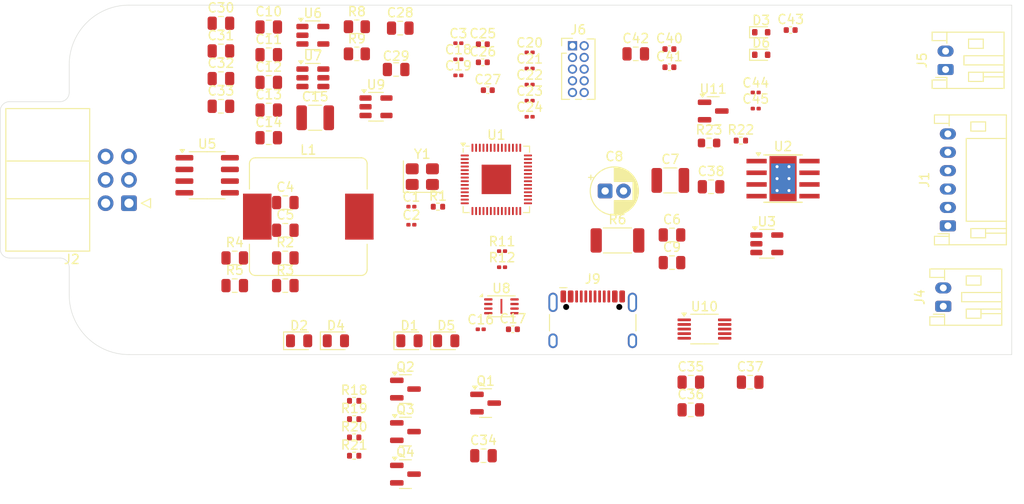
<source format=kicad_pcb>
(kicad_pcb (version 20241229) (generator "pcbnew") (generator_version "9.0")
  (layers (0 "F.Cu" signal) (4 "In1.Cu" signal) (6 "In2.Cu" signal) (2 "B.Cu" signal) (13 "F.Paste" user) (15 "B.Paste" user) (5 "F.SilkS" user "F.Silkscreen") (7 "B.SilkS" user "B.Silkscreen") (1 "F.Mask" user) (3 "B.Mask" user) (25 "Edge.Cuts" user))
  (net 0 "")
  (net 1 "/MCU/XIN")
  (net 2 "GND")
  (net 3 "Net-(C2-Pad2)")
  (net 4 "+3.3VA")
  (net 5 "+12V")
  (net 6 "/RS485/RS485_P")
  (net 7 "/RS485/RS485_N")
  (net 8 "/MCU/XOUT")
  (net 9 "+1V1")
  (net 10 "/MCU/GPIO11")
  (net 11 "/MCU/GPIO13")
  (net 12 "/MCU/GPIO24")
  (net 13 "/MCU/GPIO23")
  (net 14 "/MCU/GPIO14")
  (net 15 "/MCU/GPIO22")
  (net 16 "/MCU/QSPI_SD1")
  (net 17 "/MCU/QSPI_SS")
  (net 18 "/MCU/GPIO10")
  (net 19 "/MCU/GPIO21")
  (net 20 "/MCU/SWCLK")
  (net 21 "/MCU/GPIO26_ADC0")
  (net 22 "/MCU/QSPI_SCLK")
  (net 23 "/MCU/GPIO3")
  (net 24 "/MCU/GPIO16")
  (net 25 "/MCU/GPIO7")
  (net 26 "/MCU/GPIO5")
  (net 27 "/MCU/GPIO8")
  (net 28 "/MCU/QSPI_SD2")
  (net 29 "/MCU/GPIO6")
  (net 30 "/MCU/GPIO27_ADC1")
  (net 31 "/MCU/GPIO28_ADC2")
  (net 32 "/MCU/GPIO18")
  (net 33 "/MCU/GPIO12")
  (net 34 "/MCU/GPIO29_ADC3")
  (net 35 "/MCU/QSPI_SD0")
  (net 36 "/MCU/GPIO0")
  (net 37 "/MCU/GPIO20")
  (net 38 "/MCU/SWD")
  (net 39 "/MCU/GPIO4")
  (net 40 "/MCU/GPIO19")
  (net 41 "/MCU/GPIO9")
  (net 42 "/MCU/GPIO15")
  (net 43 "/MCU/GPIO1")
  (net 44 "/MCU/GPIO2")
  (net 45 "/MCU/GPIO25")
  (net 46 "/MCU/GPIO17")
  (net 47 "/MCU/RUN")
  (net 48 "/MCU/QSPI_SD3")
  (net 49 "/Motor Control/ENCODER-")
  (net 50 "/Motor Control/MOTOR-")
  (net 51 "/Motor Control/ENCODER_B")
  (net 52 "/Motor Control/ENCODER_A")
  (net 53 "/Motor Control/ENCODER+")
  (net 54 "/Motor Control/MOTOR+")
  (net 55 "Net-(U2-ISEN)")
  (net 56 "Net-(D1-A)")
  (net 57 "Net-(D2-A)")
  (net 58 "Net-(D4-A)")
  (net 59 "/RS485/RX")
  (net 60 "Net-(D5-A)")
  (net 61 "/Motor Control/PWM1")
  (net 62 "/RS485/TX")
  (net 63 "/Motor Control/LIM1")
  (net 64 "/Motor Control/LIM2")
  (net 65 "Net-(D3-A)")
  (net 66 "Net-(D6-A)")
  (net 67 "/Motor Control/PWM2")
  (net 68 "/Motor Control/A_SENSE")
  (net 69 "Net-(U7-SW)")
  (net 70 "Net-(U7-BOOT)")
  (net 71 "Net-(U7-FB)")
  (net 73 "+3.3V")
  (net 74 "Net-(U6-EN)")
  (net 75 "/RS485/DE")
  (net 76 "Net-(J9-D+-PadA6)")
  (net 79 "Net-(J9-CC1)")
  (net 80 "/MCU/USB_D+")
  (net 81 "/MCU/USB_D-")
  (net 82 "/RS485/~{RE}")
  (net 85 "Net-(J9-CC2)")
  (net 87 "Net-(J9-D--PadA7)")
  (net 93 "Net-(D1-K)")
  (net 94 "Net-(Q1-B)")
  (net 95 "Net-(Q2-B)")
  (net 96 "Net-(D2-K)")
  (net 97 "Net-(Q3-B)")
  (net 98 "Net-(D4-K)")
  (net 99 "Net-(D5-K)")
  (net 100 "Net-(Q4-B)")
  (net 101 "/MCU/ON_LED")
  (net 102 "/MCU/MOTOR_LIM_LED")
  (net 103 "/MCU/RS485_LED")
  (net 104 "/MCU/MOTOR_LED")
  (net 105 "/Motor Control/~{PGA_CS}")
  (net 106 "/Motor Control/A_SENSE_BASE")
  (net 107 "/Motor Control/PGA_SCLK")
  (net 109 "/Motor Control/PGA_DIO")
  (net 110 "+3V0")
  (footprint "Capacitor_SMD:C_0201_0603Metric" (layer "F.Cu") (at 178.155 89.75)
    (property "Reference" "C45" (at 0 -1.05 0) (layer "F.SilkS"))
    (property "Value" "100nC")
    (pad "1" smd roundrect (at -0.32 0) (size 0.46 0.4) (layers "F.Cu" "F.Mask") (net 73 "+3.3V"))
    (pad "2" smd roundrect (at 0.32 0) (size 0.46 0.4) (layers "F.Cu" "F.Mask") (net 2 "GND"))
  )
  (footprint "Capacitor_SMD:C_0805_2012Metric" (layer "F.Cu") (at 121.5 105.99)
    (property "Reference" "R4" (at 0 -1.68 0) (layer "F.SilkS"))
    (property "Value" "10kR")
    (pad "1" smd roundrect (at -0.95 0) (size 1 1.45) (layers "F.Cu" "F.Mask" "F.Paste") (net 64 "/Motor Control/LIM2"))
    (pad "2" smd roundrect (at 0.95 0) (size 1 1.45) (layers "F.Cu" "F.Mask" "F.Paste") (net 66 "Net-(D6-A)"))
  )
  (footprint "Capacitor_SMD:C_0805_2012Metric" (layer "F.Cu") (at 120 89.5)
    (property "Reference" "C33" (at 0 -1.68 0) (layer "F.SilkS"))
    (property "Value" "10uC")
    (pad "1" smd roundrect (at -0.95 0) (size 1 1.45) (layers "F.Cu" "F.Mask" "F.Paste") (net 74 "Net-(U6-EN)"))
    (pad "2" smd roundrect (at 0.95 0) (size 1 1.45) (layers "F.Cu" "F.Mask" "F.Paste") (net 2 "GND"))
  )
  (footprint "Capacitor_SMD:C_0805_2012Metric" (layer "F.Cu") (at 120 83.48)
    (property "Reference" "C31" (at 0 -1.68 0) (layer "F.SilkS"))
    (property "Value" "10uC")
    (pad "1" smd roundrect (at -0.95 0) (size 1 1.45) (layers "F.Cu" "F.Mask" "F.Paste") (net 74 "Net-(U6-EN)"))
    (pad "2" smd roundrect (at 0.95 0) (size 1 1.45) (layers "F.Cu" "F.Mask" "F.Paste") (net 2 "GND"))
  )
  (footprint "Resistor_SMD:R_0402_1005Metric" (layer "F.Cu") (at 134.49 125.51)
    (property "Reference" "R20" (at 0 -1.17 0) (layer "F.SilkS"))
    (property "Value" "5k1R")
    (pad "1" smd roundrect (at -0.51 0) (size 0.54 0.64) (layers "F.Cu" "F.Mask" "F.Paste") (net 100 "Net-(Q4-B)"))
    (pad "2" smd roundrect (at 0.51 0) (size 0.54 0.64) (layers "F.Cu" "F.Mask" "F.Paste") (net 103 "/MCU/RS485_LED"))
  )
  (footprint "Connector_JST:JST_PH_S2B-PH-K_1x02_P2.00mm_Horizontal" (layer "F.Cu") (at 198.8 85.5 90)
    (property "Reference" "J5" (at 1 -2.55 90) (layer "F.SilkS"))
    (property "Value" "Limit switch")
    (pad "1" thru_hole roundrect (at 0 0 90) (size 1.2 1.75) (drill 0.75) (layers "*.Cu" "*.Mask") (roundrect_rratio 0.208333) (net 66 "Net-(D6-A)"))
    (pad "2" thru_hole oval (at 2 0 90) (size 1.2 1.75) (drill 0.75) (layers "*.Cu" "*.Mask") (net 2 "GND"))
  )
  (footprint "Capacitor_SMD:C_0805_2012Metric" (layer "F.Cu") (at 169.05 103.49)
    (property "Reference" "C6" (at 0 -1.68 0) (layer "F.SilkS"))
    (property "Value" "100nC")
    (pad "1" smd roundrect (at -0.95 0) (size 1 1.45) (layers "F.Cu" "F.Mask" "F.Paste") (net 5 "+12V"))
    (pad "2" smd roundrect (at 0.95 0) (size 1 1.45) (layers "F.Cu" "F.Mask" "F.Paste") (net 2 "GND"))
  )
  (footprint "Package_SO:VSSOP-10_3x3mm_P0.5mm" (layer "F.Cu") (at 172.58 113.725)
    (property "Reference" "U10" (at 0 -2.45 0) (layer "F.SilkS"))
    (property "Value" "PGA112")
    (pad "1" smd roundrect (at -2.2 -1) (size 1.45 0.3) (layers "F.Cu" "F.Mask" "F.Paste") (net 4 "+3.3VA"))
    (pad "2" smd roundrect (at -2.2 -0.5) (size 1.45 0.3) (layers "F.Cu" "F.Mask" "F.Paste") (net 106 "/Motor Control/A_SENSE_BASE"))
    (pad "3" smd roundrect (at -2.2 0) (size 1.45 0.3) (layers "F.Cu" "F.Mask" "F.Paste") (net 4 "+3.3VA"))
    (pad "4" smd roundrect (at -2.2 0.5) (size 1.45 0.3) (layers "F.Cu" "F.Mask" "F.Paste") (net 2 "GND"))
    (pad "5" smd roundrect (at -2.2 1) (size 1.45 0.3) (layers "F.Cu" "F.Mask" "F.Paste") (net 68 "/Motor Control/A_SENSE"))
    (pad "6" smd roundrect (at 2.2 1) (size 1.45 0.3) (layers "F.Cu" "F.Mask" "F.Paste") (net 2 "GND"))
    (pad "7" smd roundrect (at 2.2 0.5) (size 1.45 0.3) (layers "F.Cu" "F.Mask" "F.Paste") (net 107 "/Motor Control/PGA_SCLK"))
    (pad "8" smd roundrect (at 2.2 0) (size 1.45 0.3) (layers "F.Cu" "F.Mask" "F.Paste") (net 109 "/Motor Control/PGA_DIO"))
    (pad "9" smd roundrect (at 2.2 -0.5) (size 1.45 0.3) (layers "F.Cu" "F.Mask" "F.Paste") (net 105 "/Motor Control/~{PGA_CS}"))
    (pad "10" smd roundrect (at 2.2 -1) (size 1.45 0.3) (layers "F.Cu" "F.Mask" "F.Paste") (net 4 "+3.3VA"))
  )
  (footprint "Diode_SMD:D_SOD-523" (layer "F.Cu") (at 178.75 83.9)
    (property "Reference" "D6" (at 0 -1.3 0) (layer "F.SilkS"))
    (property "Value" "1N4148WT")
    (pad "1" smd roundrect (at -0.7 0 180) (size 0.6 0.7) (layers "F.Cu" "F.Mask" "F.Paste") (net 64 "/Motor Control/LIM2"))
    (pad "2" smd roundrect (at 0.7 0 180) (size 0.6 0.7) (layers "F.Cu" "F.Mask" "F.Paste") (net 66 "Net-(D6-A)"))
  )
  (footprint "Package_TO_SOT_SMD:SOT-23" (layer "F.Cu") (at 140.0625 120.25)
    (property "Reference" "Q2" (at 0 -2.4 0) (layer "F.SilkS"))
    (property "Value" "BC847")
    (pad "1" smd roundrect (at -0.9375 -0.95) (size 1.475 0.6) (layers "F.Cu" "F.Mask" "F.Paste") (net 95 "Net-(Q2-B)"))
    (pad "2" smd roundrect (at -0.9375 0.95) (size 1.475 0.6) (layers "F.Cu" "F.Mask" "F.Paste") (net 2 "GND"))
    (pad "3" smd roundrect (at 0.9375 0) (size 1.475 0.6) (layers "F.Cu" "F.Mask" "F.Paste") (net 96 "Net-(D2-K)"))
  )
  (footprint "Capacitor_SMD:C_0201_0603Metric" (layer "F.Cu") (at 153.57 83.64)
    (property "Reference" "C20" (at 0 -1.05 0) (layer "F.SilkS"))
    (property "Value" "100nC")
    (pad "1" smd roundrect (at -0.32 0) (size 0.46 0.4) (layers "F.Cu" "F.Mask") (net 73 "+3.3V"))
    (pad "2" smd roundrect (at 0.32 0) (size 0.46 0.4) (layers "F.Cu" "F.Mask") (net 2 "GND"))
  )
  (footprint "Package_TO_SOT_SMD:SOT-23" (layer "F.Cu") (at 140.0625 129.5)
    (property "Reference" "Q4" (at 0 -2.4 0) (layer "F.SilkS"))
    (property "Value" "BC847")
    (pad "1" smd roundrect (at -0.9375 -0.95) (size 1.475 0.6) (layers "F.Cu" "F.Mask" "F.Paste") (net 100 "Net-(Q4-B)"))
    (pad "2" smd roundrect (at -0.9375 0.95) (size 1.475 0.6) (layers "F.Cu" "F.Mask" "F.Paste") (net 2 "GND"))
    (pad "3" smd roundrect (at 0.9375 0) (size 1.475 0.6) (layers "F.Cu" "F.Mask" "F.Paste") (net 99 "Net-(D5-K)"))
  )
  (footprint "Resistor_SMD:R_0603_1608Metric" (layer "F.Cu") (at 173.08 93.49)
    (property "Reference" "R23" (at 0 -1.43 0) (layer "F.SilkS"))
    (property "Value" "200R")
    (pad "1" smd roundrect (at -0.825 0) (size 0.8 0.95) (layers "F.Cu" "F.Mask" "F.Paste"))
    (pad "2" smd roundrect (at 0.825 0) (size 0.8 0.95) (layers "F.Cu" "F.Mask" "F.Paste") (net 110 "+3V0"))
  )
  (footprint "MountingHole:MountingHole_5.3mm_M5" (layer "F.Cu") (at 110 85)
    (property "Reference" "H1" (hide yes))
    (property "Value" "MountingHole" (hide yes))
    (pad "" np_thru_hole circle (at 0 0) (size 5.3 5.3) (drill 5.3) (layers "*.Cu" "*.Mask"))
  )
  (footprint "Resistor_SMD:R_0402_1005Metric" (layer "F.Cu") (at 134.49 127.5)
    (property "Reference" "R21" (at 0 -1.17 0) (layer "F.SilkS"))
    (property "Value" "5k1R")
    (pad "1" smd roundrect (at -0.51 0) (size 0.54 0.64) (layers "F.Cu" "F.Mask" "F.Paste") (net 97 "Net-(Q3-B)"))
    (pad "2" smd roundrect (at 0.51 0) (size 0.54 0.64) (layers "F.Cu" "F.Mask" "F.Paste") (net 104 "/MCU/MOTOR_LED"))
  )
  (footprint "Capacitor_SMD:C_0402_1005Metric" (layer "F.Cu") (at 181.955 81.21)
    (property "Reference" "C43" (at 0 -1.16 0) (layer "F.SilkS"))
    (property "Value" "2u2C")
    (pad "1" smd roundrect (at -0.48 0) (size 0.56 0.62) (layers "F.Cu" "F.Mask" "F.Paste") (net 4 "+3.3VA"))
    (pad "2" smd roundrect (at 0.48 0) (size 0.56 0.62) (layers "F.Cu" "F.Mask" "F.Paste") (net 2 "GND"))
  )
  (footprint "MountingHole:MountingHole_5.3mm_M5" (layer "F.Cu") (at 190 110)
    (property "Reference" "H3" (hide yes))
    (property "Value" "MountingHole" (hide yes))
    (pad "" np_thru_hole circle (at 0 0) (size 5.3 5.3) (drill 5.3) (layers "*.Cu" "*.Mask"))
  )
  (footprint "Resistor_SMD:R_0402_1005Metric" (layer "F.Cu") (at 134.49 123.52)
    (property "Reference" "R19" (at 0 -1.17 0) (layer "F.SilkS"))
    (property "Value" "5k1R")
    (pad "1" smd roundrect (at -0.51 0) (size 0.54 0.64) (layers "F.Cu" "F.Mask" "F.Paste") (net 95 "Net-(Q2-B)"))
    (pad "2" smd roundrect (at 0.51 0) (size 0.54 0.64) (layers "F.Cu" "F.Mask" "F.Paste") (net 102 "/MCU/MOTOR_LIM_LED"))
  )
  (footprint "Capacitor_SMD:C_0805_2012Metric" (layer "F.Cu") (at 125.2 89.91)
    (property "Reference" "C13" (at 0 -1.68 0) (layer "F.SilkS"))
    (property "Value" "100nC")
    (pad "1" smd roundrect (at -0.95 0) (size 1 1.45) (layers "F.Cu" "F.Mask" "F.Paste") (net 70 "Net-(U7-BOOT)"))
    (pad "2" smd roundrect (at 0.95 0) (size 1 1.45) (layers "F.Cu" "F.Mask" "F.Paste") (net 69 "Net-(U7-SW)"))
  )
  (footprint "Capacitor_SMD:C_0805_2012Metric" (layer "F.Cu") (at 173.3 98.25)
    (property "Reference" "C38" (at 0 -1.68 0) (layer "F.SilkS"))
    (property "Value" "100nC")
    (pad "1" smd roundrect (at -0.95 0) (size 1 1.45) (layers "F.Cu" "F.Mask" "F.Paste") (net 4 "+3.3VA"))
    (pad "2" smd roundrect (at 0.95 0) (size 1 1.45) (layers "F.Cu" "F.Mask" "F.Paste") (net 2 "GND"))
  )
  (footprint "Capacitor_SMD:C_0402_1005Metric" (layer "F.Cu") (at 168.77 85.25)
    (property "Reference" "C41" (at 0 -1.16 0) (layer "F.SilkS"))
    (property "Value" "2u2C")
    (pad "1" smd roundrect (at -0.48 0) (size 0.56 0.62) (layers "F.Cu" "F.Mask" "F.Paste") (net 4 "+3.3VA"))
    (pad "2" smd roundrect (at 0.48 0) (size 0.56 0.62) (layers "F.Cu" "F.Mask" "F.Paste") (net 2 "GND"))
  )
  (footprint "Capacitor_SMD:C_0805_2012Metric" (layer "F.Cu") (at 121.5 109)
    (property "Reference" "R5" (at 0 -1.68 0) (layer "F.SilkS"))
    (property "Value" "10kR")
    (pad "1" smd roundrect (at -0.95 0) (size 1 1.45) (layers "F.Cu" "F.Mask" "F.Paste") (net 66 "Net-(D6-A)"))
    (pad "2" smd roundrect (at 0.95 0) (size 1 1.45) (layers "F.Cu" "F.Mask" "F.Paste") (net 73 "+3.3V"))
  )
  (footprint "Capacitor_SMD:C_0805_2012Metric" (layer "F.Cu") (at 165.11 83.8)
    (property "Reference" "C42" (at 0 -1.68 0) (layer "F.SilkS"))
    (property "Value" "100nC")
    (pad "1" smd roundrect (at -0.95 0) (size 1 1.45) (layers "F.Cu" "F.Mask" "F.Paste") (net 4 "+3.3VA"))
    (pad "2" smd roundrect (at 0.95 0) (size 1 1.45) (layers "F.Cu" "F.Mask" "F.Paste") (net 2 "GND"))
  )
  (footprint "Capacitor_SMD:C_0805_2012Metric" (layer "F.Cu") (at 127 99.97)
    (property "Reference" "C4" (at 0 -1.68 0) (layer "F.SilkS"))
    (property "Value" "100nC")
    (pad "1" smd roundrect (at -0.95 0) (size 1 1.45) (layers "F.Cu" "F.Mask" "F.Paste") (net 63 "/Motor Control/LIM1"))
    (pad "2" smd roundrect (at 0.95 0) (size 1 1.45) (layers "F.Cu" "F.Mask" "F.Paste") (net 2 "GND"))
  )
  (footprint "Capacitor_SMD:C_0201_0603Metric" (layer "F.Cu") (at 153.57 90.64)
    (property "Reference" "C24" (at 0 -1.05 0) (layer "F.SilkS"))
    (property "Value" "100nC")
    (pad "1" smd roundrect (at -0.32 0) (size 0.46 0.4) (layers "F.Cu" "F.Mask") (net 73 "+3.3V"))
    (pad "2" smd roundrect (at 0.32 0) (size 0.46 0.4) (layers "F.Cu" "F.Mask") (net 2 "GND"))
  )
  (footprint "Capacitor_SMD:C_0805_2012Metric" (layer "F.Cu") (at 139.5 81)
    (property "Reference" "C28" (at 0 -1.68 0) (layer "F.SilkS"))
    (property "Value" "10uC")
    (pad "1" smd roundrect (at -0.95 0) (size 1 1.45) (layers "F.Cu" "F.Mask" "F.Paste") (net 73 "+3.3V"))
    (pad "2" smd roundrect (at 0.95 0) (size 1 1.45) (layers "F.Cu" "F.Mask" "F.Paste") (net 2 "GND"))
  )
  (footprint "Capacitor_SMD:C_0201_0603Metric" (layer "F.Cu") (at 148.25 113.75)
    (property "Reference" "C16" (at 0 -1.05 0) (layer "F.SilkS"))
    (property "Value" "100nC")
    (pad "1" smd roundrect (at -0.32 0) (size 0.46 0.4) (layers "F.Cu" "F.Mask") (net 73 "+3.3V"))
    (pad "2" smd roundrect (at 0.32 0) (size 0.46 0.4) (layers "F.Cu" "F.Mask") (net 2 "GND"))
  )
  (footprint "Crystal:Crystal_SMD_3225-4Pin_3.2x2.5mm" (layer "F.Cu") (at 141.9 97.15)
    (property "Reference" "Y1" (at 0 -2.45 0) (layer "F.SilkS"))
    (property "Value" "ABM8-272-T3")
    (pad "1" smd roundrect (at -1.1 0.85) (size 1.4 1.2) (layers "F.Cu" "F.Mask" "F.Paste") (roundrect_rratio 0.208333) (net 1 "/MCU/XIN"))
    (pad "2" smd roundrect (at 1.1 0.85) (size 1.4 1.2) (layers "F.Cu" "F.Mask" "F.Paste") (roundrect_rratio 0.208333) (net 2 "GND"))
    (pad "3" smd roundrect (at 1.1 -0.85) (size 1.4 1.2) (layers "F.Cu" "F.Mask" "F.Paste") (roundrect_rratio 0.208333) (net 3 "Net-(C2-Pad2)"))
    (pad "4" smd roundrect (at -1.1 -0.85) (size 1.4 1.2) (layers "F.Cu" "F.Mask" "F.Paste") (roundrect_rratio 0.208333) (net 2 "GND"))
  )
  (footprint "Capacitor_SMD:C_0201_0603Metric" (layer "F.Cu") (at 178.155 88)
    (property "Reference" "C44" (at 0 -1.05 0) (layer "F.SilkS"))
    (property "Value" "100nC")
    (pad "1" smd roundrect (at -0.32 0) (size 0.46 0.4) (layers "F.Cu" "F.Mask") (net 4 "+3.3VA"))
    (pad "2" smd roundrect (at 0.32 0) (size 0.46 0.4) (layers "F.Cu" "F.Mask") (net 2 "GND"))
  )
  (footprint "Capacitor_SMD:C_0402_1005Metric" (layer "F.Cu") (at 148.48 82.75)
    (property "Reference" "C25" (at 0 -1.16 0) (layer "F.SilkS"))
    (property "Value" "2u2C")
    (pad "1" smd roundrect (at -0.48 0) (size 0.56 0.62) (layers "F.Cu" "F.Mask" "F.Paste") (net 9 "+1V1"))
    (pad "2" smd roundrect (at 0.48 0) (size 0.56 0.62) (layers "F.Cu" "F.Mask" "F.Paste") (net 2 "GND"))
  )
  (footprint "Connector_PinHeader_1.27mm:PinHeader_2x05_P1.27mm_Vertical" (layer "F.Cu") (at 158.23 82.92)
    (property "Reference" "J6" (at 0.635 -1.745 0) (layer "F.SilkS"))
    (property "Value" "Conn_ARM_JTAG_SWD_10")
    (pad "1" thru_hole rect (at 0 0) (size 1 1) (drill 0.65) (layers "*.Cu" "*.Mask") (net 73 "+3.3V"))
    (pad "2" thru_hole circle (at 1.27 0) (size 1 1) (drill 0.65) (layers "*.Cu" "*.Mask") (net 38 "/MCU/SWD"))
    (pad "3" thru_hole circle (at 0 1.27) (size 1 1) (drill 0.65) (layers "*.Cu" "*.Mask") (net 2 "GND"))
    (pad "4" thru_hole circle (at 1.27 1.27) (size 1 1) (drill 0.65) (layers "*.Cu" "*.Mask") (net 20 "/MCU/SWCLK"))
    (pad "5" thru_hole circle (at 0 2.54) (size 1 1) (drill 0.65) (layers "*.Cu" "*.Mask") (net 2 "GND"))
    (pad "6" thru_hole circle (at 1.27 2.54) (size 1 1) (drill 0.65) (layers "*.Cu" "*.Mask"))
    (pad "7" thru_hole circle (at 0 3.81) (size 1 1) (drill 0.65) (layers "*.Cu" "*.Mask"))
    (pad "8" thru_hole circle (at 1.27 3.81) (size 1 1) (drill 0.65) (layers "*.Cu" "*.Mask"))
    (pad "9" thru_hole circle (at 0 5.08) (size 1 1) (drill 0.65) (layers "*.Cu" "*.Mask") (net 2 "GND"))
    (pad "10" thru_hole circle (at 1.27 5.08) (size 1 1) (drill 0.65) (layers "*.Cu" "*.Mask") (net 47 "/MCU/RUN"))
  )
  (footprint "Capacitor_SMD:C_1210_3225Metric" (layer "F.Cu") (at 168.87 97.56)
    (property "Reference" "C7" (at 0 -2.3 0) (layer "F.SilkS"))
    (property "Value" "10uC")
    (pad "1" smd roundrect (at -1.475 0) (size 1.15 2.7) (layers "F.Cu" "F.Mask" "F.Paste") (roundrect_rratio 0.217391) (net 5 "+12V"))
    (pad "2" smd roundrect (at 1.475 0) (size 1.15 2.7) (layers "F.Cu" "F.Mask" "F.Paste") (roundrect_rratio 0.217391) (net 2 "GND"))
  )
  (footprint "Connector_USB:USB_C_Receptacle_HCTL_HC-TYPE-C-16P-01A" (layer "F.Cu") (at 160.43 113.925)
    (property "Reference" "J9" (at 0 -5.645 0) (layer "F.SilkS"))
    (property "Value" "USB_C_Receptacle_USB2.0_16P")
    (pad "" np_thru_hole circle (at -2.89 -2.605) (size 0.65 0.65) (drill 0.65) (layers "*.Mask"))
    (pad "" np_thru_hole circle (at 2.89 -2.605) (size 0.65 0.65) (drill 0.65) (layers "*.Mask"))
    (pad "A1" smd roundrect (at -3.2 -3.745) (size 0.6 1.3) (layers "F.Cu" "F.Mask" "F.Paste") (net 2 "GND"))
    (pad "A4" smd roundrect (at -2.4 -3.745) (size 0.6 1.3) (layers "F.Cu" "F.Mask" "F.Paste"))
    (pad "A5" smd roundrect (at -1.25 -3.745) (size 0.3 1.3) (layers "F.Cu" "F.Mask" "F.Paste") (net 79 "Net-(J9-CC1)"))
    (pad "A6" smd roundrect (at -0.25 -3.745) (size 0.3 1.3) (layers "F.Cu" "F.Mask" "F.Paste") (net 76 "Net-(J9-D+-PadA6)"))
    (pad "A7" smd roundrect (at 0.25 -3.745) (size 0.3 1.3) (layers "F.Cu" "F.Mask" "F.Paste") (net 87 "Net-(J9-D--PadA7)"))
    (pad "A8" smd roundrect (at 1.25 -3.745) (size 0.3 1.3) (layers "F.Cu" "F.Mask" "F.Paste"))
    (pad "A9" smd roundrect (at 2.4 -3.745) (size 0.6 1.3) (layers "F.Cu" "F.Mask" "F.Paste"))
    (pad "A12" smd roundrect (at 3.2 -3.745) (size 0.6 1.3) (layers "F.Cu" "F.Mask" "F.Paste") (net 2 "GND"))
    (pad "B1" smd roundrect (at 3.2 -3.745) (size 0.6 1.3) (layers "F.Cu" "F.Mask" "F.Paste") (net 2 "GND"))
    (pad "B4" smd roundrect (at 2.4 -3.745) (size 0.6 1.3) (layers "F.Cu" "F.Mask" "F.Paste"))
    (pad "B5" smd roundrect (at 1.75 -3.745) (size 0.3 1.3) (layers "F.Cu" "F.Mask" "F.Paste") (net 85 "Net-(J9-CC2)"))
    (pad "B6" smd roundrect (at 0.75 -3.745) (size 0.3 1.3) (layers "F.Cu" "F.Mask" "F.Paste") (net 76 "Net-(J9-D+-PadA6)"))
    (pad "B7" smd roundrect (at -0.75 -3.745) (size 0.3 1.3) (layers "F.Cu" "F.Mask" "F.Paste") (net 87 "Net-(J9-D--PadA7)"))
    (pad "B8" smd roundrect (at -1.75 -3.745) (size 0.3 1.3) (layers "F.Cu" "F.Mask" "F.Paste"))
    (pad "B9" smd roundrect (at -2.4 -3.745) (size 0.6 1.3) (layers "F.Cu" "F.Mask" "F.Paste"))
    (pad "B12" smd roundrect (at -3.2 -3.745) (size 0.6 1.3) (layers "F.Cu" "F.Mask" "F.Paste") (net 2 "GND"))
    (pad "S1" thru_hole oval (at -4.32 -3.105) (size 1 2.1) (drill oval 0.6 1.7) (property pad_prop_heatsink) (layers "*.Cu" "*.Mask") (net 2 "GND"))
    (pad "S1" thru_hole oval (at -4.32 1.075) (size 1 1.6) (drill oval 0.6 1.2) (property pad_prop_heatsink) (layers "*.Cu" "*.Mask") (net 2 "GND"))
    (pad "S1" thru_hole oval (at 4.32 -3.105) (size 1 2.1) (drill oval 0.6 1.7) (property pad_prop_heatsink) (layers "*.Cu" "*.Mask") (net 2 "GND"))
    (pad "S1" thru_hole oval (at 4.32 1.075) (size 1 1.6) (drill oval 0.6 1.2) (property pad_prop_heatsink) (layers "*.Cu" "*.Mask") (net 2 "GND"))
  )
  (footprint "Package_SO:SOIC-8_3.9x4.9mm_P1.27mm" (layer "F.Cu") (at 118.5 97)
    (property "Reference" "U5" (at 0 -3.4 0) (layer "F.SilkS"))
    (property "Value" "SP3485EN")
    (pad "1" smd roundrect (at -2.475 -1.905) (size 1.95 0.6) (layers "F.Cu" "F.Mask" "F.Paste") (net 59 "/RS485/RX"))
    (pad "2" smd roundrect (at -2.475 -0.635) (size 1.95 0.6) (layers "F.Cu" "F.Mask" "F.Paste") (net 82 "/RS485/~{RE}"))
    (pad "3" smd roundrect (at -2.475 0.635) (size 1.95 0.6) (layers "F.Cu" "F.Mask" "F.Paste") (net 75 "/RS485/DE"))
    (pad "4" smd roundrect (at -2.475 1.905) (size 1.95 0.6) (layers "F.Cu" "F.Mask" "F.Paste") (net 62 "/RS485/TX"))
    (pad "5" smd roundrect (at 2.475 1.905) (size 1.95 0.6) (layers "F.Cu" "F.Mask" "F.Paste") (net 2 "GND"))
    (pad "6" smd roundrect (at 2.475 0.635) (size 1.95 0.6) (layers "F.Cu" "F.Mask" "F.Paste") (net 6 "/RS485/RS485_P"))
    (pad "7" smd roundrect (at 2.475 -0.635) (size 1.95 0.6) (layers "F.Cu" "F.Mask" "F.Paste") (net 7 "/RS485/RS485_N"))
    (pad "8" smd roundrect (at 2.475 -1.905) (size 1.95 0.6) (layers "F.Cu" "F.Mask" "F.Paste") (net 73 "+3.3V"))
  )
  (footprint "Capacitor_SMD:C_0201_0603Metric" (layer "F.Cu") (at 140.71 102.38)
    (property "Reference" "C2" (at 0 -1.05 0) (layer "F.SilkS"))
    (property "Value" "15pC")
    (pad "1" smd roundrect (at -0.32 0) (size 0.46 0.4) (layers "F.Cu" "F.Mask") (net 2 "GND"))
    (pad "2" smd roundrect (at 0.32 0) (size 0.46 0.4) (layers "F.Cu" "F.Mask") (net 3 "Net-(C2-Pad2)"))
  )
  (footprint "Capacitor_SMD:C_0805_2012Metric" (layer "F.Cu") (at 127 102.98)
    (property "Reference" "C5" (at 0 -1.68 0) (layer "F.SilkS"))
    (property "Value" "100nC")
    (pad "1" smd roundrect (at -0.95 0) (size 1 1.45) (layers "F.Cu" "F.Mask" "F.Paste") (net 64 "/Motor Control/LIM2"))
    (pad "2" smd roundrect (at 0.95 0) (size 1 1.45) (layers "F.Cu" "F.Mask" "F.Paste") (net 2 "GND"))
  )
  (footprint "Diode_SMD:D_SOD-523" (layer "F.Cu") (at 178.75 81.45)
    (property "Reference" "D3" (at 0 -1.3 0) (layer "F.SilkS"))
    (property "Value" "1N4148WT")
    (pad "1" smd roundrect (at -0.7 0 180) (size 0.6 0.7) (layers "F.Cu" "F.Mask" "F.Paste") (net 63 "/Motor Control/LIM1"))
    (pad "2" smd roundrect (at 0.7 0 180) (size 0.6 0.7) (layers "F.Cu" "F.Mask" "F.Paste") (net 65 "Net-(D3-A)"))
  )
  (footprint "Resistor_SMD:R_2010_5025Metric" (layer "F.Cu") (at 163.12 104.09)
    (property "Reference" "R6" (at 0 -2.28 0) (layer "F.SilkS"))
    (property "Value" "R")
    (pad "1" smd roundrect (at -2.3125 0) (size 1.225 2.65) (layers "F.Cu" "F.Mask" "F.Paste") (roundrect_rratio 0.204082) (net 55 "Net-(U2-ISEN)"))
    (pad "2" smd roundrect (at 2.3125 0) (size 1.225 2.65) (layers "F.Cu" "F.Mask" "F.Paste") (roundrect_rratio 0.204082) (net 2 "GND"))
  )
  (footprint "Resistor_SMD:R_0201_0603Metric" (layer "F.Cu") (at 150.57 105.25)
    (property "Reference" "R11" (at 0 -1.05 0) (layer "F.SilkS"))
    (property "Value" "27R")
    (pad "1" smd roundrect (at -0.32 0) (size 0.46 0.4) (layers "F.Cu" "F.Mask") (net 87 "Net-(J9-D--PadA7)"))
    (pad "2" smd roundrect (at 0.32 0) (size 0.46 0.4) (layers "F.Cu" "F.Mask") (net 81 "/MCU/USB_D-"))
  )
  (footprint "Capacitor_SMD:C_0805_2012Metric" (layer "F.Cu") (at 177.55 119.5)
    (property "Reference" "C37" (at 0 -1.68 0) (layer "F.SilkS"))
    (property "Value" "10uC")
    (pad "1" smd roundrect (at -0.95 0) (size 1 1.45) (layers "F.Cu" "F.Mask" "F.Paste") (net 73 "+3.3V"))
    (pad "2" smd roundrect (at 0.95 0) (size 1 1.45) (layers "F.Cu" "F.Mask" "F.Paste") (net 2 "GND"))
  )
  (footprint "Package_TO_SOT_SMD:SOT-23" (layer "F.Cu") (at 173.53 90.015)
    (property "Reference" "U11" (at 0 -2.4 0) (layer "F.SilkS"))
    (property "Value" "LM4040DBZ-3")
    (pad "1" smd roundrect (at -0.9375 -0.95) (size 1.475 0.6) (layers "F.Cu" "F.Mask" "F.Paste") (net 110 "+3V0"))
    (pad "2" smd roundrect (at -0.9375 0.95) (size 1.475 0.6) (layers "F.Cu" "F.Mask" "F.Paste") (net 2 "GND"))
    (pad "3" smd roundrect (at 0.9375 0) (size 1.475 0.6) (layers "F.Cu" "F.Mask" "F.Paste"))
  )
  (footprint "Capacitor_SMD:C_0201_0603Metric" (layer "F.Cu") (at 153.57 88.89)
    (property "Reference" "C23" (at 0 -1.05 0) (layer "F.SilkS"))
    (property "Value" "100nC")
    (pad "1" smd roundrect (at -0.32 0) (size 0.46 0.4) (layers "F.Cu" "F.Mask") (net 73 "+3.3V"))
    (pad "2" smd roundrect (at 0.32 0) (size 0.46 0.4) (layers "F.Cu" "F.Mask") (net 2 "GND"))
  )
  (footprint "Connector_JST:JST_PH_S2B-PH-K_1x02_P2.00mm_Horizontal" (layer "F.Cu") (at 198.55 111.25 90)
    (property "Reference" "J4" (at 1 -2.55 90) (layer "F.SilkS"))
    (property "Value" "Limit switch")
    (pad "1" thru_hole roundrect (at 0 0 90) (size 1.2 1.75) (drill 0.75) (layers "*.Cu" "*.Mask") (roundrect_rratio 0.208333) (net 65 "Net-(D3-A)"))
    (pad "2" thru_hole oval (at 2 0 90) (size 1.2 1.75) (drill 0.75) (layers "*.Cu" "*.Mask") (net 2 "GND"))
  )
  (footprint "Capacitor_SMD:C_0805_2012Metric" (layer "F.Cu") (at 125.2 83.89)
    (property "Reference" "C11" (at 0 -1.68 0) (layer "F.SilkS"))
    (property "Value" "10uC")
    (pad "1" smd roundrect (at -0.95 0) (size 1 1.45) (layers "F.Cu" "F.Mask" "F.Paste") (net 5 "+12V"))
    (pad "2" smd roundrect (at 0.95 0) (size 1 1.45) (layers "F.Cu" "F.Mask" "F.Paste") (net 2 "GND"))
  )
  (footprint "Capacitor_SMD:C_0805_2012Metric" (layer "F.Cu") (at 148.55 127.5)
    (property "Reference" "C34" (at 0 -1.68 0) (layer "F.SilkS"))
    (property "Value" "100nC")
    (pad "1" smd roundrect (at -0.95 0) (size 1 1.45) (layers "F.Cu" "F.Mask" "F.Paste") (net 73 "+3.3V"))
    (pad "2" smd roundrect (at 0.95 0) (size 1 1.45) (layers "F.Cu" "F.Mask" "F.Paste") (net 2 "GND"))
  )
  (footprint "Connector_IDC:IDC-Header_2x03_P2.54mm_Horizontal" (layer "F.Cu") (at 110 100.04 180)
    (property "Reference" "J2" (at 6.215 -6.1 0) (layer "F.SilkS"))
    (property "Value" "RS485 PCB")
    (pad "1" thru_hole roundrect (at 0 0 180) (size 1.7 1.7) (drill 1) (layers "*.Cu" "*.Mask") (roundrect_rratio 0.147059) (net 6 "/RS485/RS485_P"))
    (pad "2" thru_hole circle (at 2.54 0 180) (size 1.7 1.7) (drill 1) (layers "*.Cu" "*.Mask") (net 7 "/RS485/RS485_N"))
    (pad "3" thru_hole circle (at 0 2.54 180) (size 1.7 1.7) (drill 1) (layers "*.Cu" "*.Mask") (net 2 "GND"))
    (pad "4" thru_hole circle (at 2.54 2.54 180) (size 1.7 1.7) (drill 1) (layers "*.Cu" "*.Mask") (net 2 "GND"))
    (pad "5" thru_hole circle (at 0 5.08 180) (size 1.7 1.7) (drill 1) (layers "*.Cu" "*.Mask") (net 5 "+12V"))
    (pad "6" thru_hole circle (at 2.54 5.08 180) (size 1.7 1.7) (drill 1) (layers "*.Cu" "*.Mask") (net 5 "+12V"))
  )
  (footprint "LED_SMD:LED_0805_2012Metric" (layer "F.Cu") (at 144.5 115)
    (property "Reference" "D5" (at 0 -1.65 0) (layer "F.SilkS"))
    (property "Value" "LED")
    (pad "1" smd roundrect (at -0.9375 0) (size 0.975 1.4) (layers "F.Cu" "F.Mask" "F.Paste") (net 99 "Net-(D5-K)"))
    (pad "2" smd roundrect (at 0.9375 0) (size 0.975 1.4) (layers "F.Cu" "F.Mask" "F.Paste") (net 60 "Net-(D5-A)"))
  )
  (footprint "Capacitor_SMD:C_0805_2012Metric" (layer "F.Cu") (at 120 80.47)
    (property "Reference" "C30" (at 0 -1.68 0) (layer "F.SilkS"))
    (property "Value" "100nC")
    (pad "1" smd roundrect (at -0.95 0) (size 1 1.45) (layers "F.Cu" "F.Mask" "F.Paste") (net 74 "Net-(U6-EN)"))
    (pad "2" smd roundrect (at 0.95 0) (size 1 1.45) (layers "F.Cu" "F.Mask" "F.Paste") (net 2 "GND"))
  )
  (footprint "Package_TO_SOT_SMD:SOT-23" (layer "F.Cu") (at 148.78 121.775)
    (property "Reference" "Q1" (at 0 -2.4 0) (layer "F.SilkS"))
    (property "Value" "BC847")
    (pad "1" smd roundrect (at -0.9375 -0.95) (size 1.475 0.6) (layers "F.Cu" "F.Mask" "F.Paste") (net 94 "Net-(Q1-B)"))
    (pad "2" smd roundrect (at -0.9375 0.95) (size 1.475 0.6) (layers "F.Cu" "F.Mask" "F.Paste") (net 2 "GND"))
    (pad "3" smd roundrect (at 0.9375 0) (size 1.475 0.6) (layers "F.Cu" "F.Mask" "F.Paste") (net 98 "Net-(D4-K)"))
  )
  (footprint "Capacitor_SMD:C_0805_2012Metric" (layer "F.Cu") (at 125.2 92.92)
    (property "Reference" "C14" (at 0 -1.68 0) (layer "F.SilkS"))
    (property "Value" "C")
    (pad "1" smd roundrect (at -0.95 0) (size 1 1.45) (layers "F.Cu" "F.Mask" "F.Paste") (net 74 "Net-(U6-EN)"))
    (pad "2" smd roundrect (at 0.95 0) (size 1 1.45) (layers "F.Cu" "F.Mask" "F.Paste") (net 71 "Net-(U7-FB)"))
  )
  (footprint "LED_SMD:LED_0805_2012Metric" (layer "F.Cu") (at 132.5 115)
    (property "Reference" "D4" (at 0 -1.65 0) (layer "F.SilkS"))
    (property "Value" "LED")
    (pad "1" smd roundrect (at -0.9375 0) (size 0.975 1.4) (layers "F.Cu" "F.Mask" "F.Paste") (net 98 "Net-(D4-K)"))
    (pad "2" smd roundrect (at 0.9375 0) (size 0.975 1.4) (layers "F.Cu" "F.Mask" "F.Paste") (net 58 "Net-(D4-A)"))
  )
  (footprint "Package_TO_SOT_SMD:SOT-23-5" (layer "F.Cu") (at 136.8625 89.55)
    (property "Reference" "U9" (at 0 -2.4 0) (layer "F.SilkS"))
    (property "Value" "TLV75533PDBV")
    (pad "1" smd roundrect (at -1.1375 -0.95) (size 1.325 0.6) (layers "F.Cu" "F.Mask" "F.Paste") (net 74 "Net-(U6-EN)"))
    (pad "2" smd roundrect (at -1.1375 0) (size 1.325 0.6) (layers "F.Cu" "F.Mask" "F.Paste") (net 2 "GND"))
    (pad "3" smd roundrect (at -1.1375 0.95) (size 1.325 0.6) (layers "F.Cu" "F.Mask" "F.Paste") (net 74 "Net-(U6-EN)"))
    (pad "4" smd roundrect (at 1.1375 0.95) (size 1.325 0.6) (layers "F.Cu" "F.Mask" "F.Paste"))
    (pad "5" smd roundrect (at 1.1375 -0.95) (size 1.325 0.6) (layers "F.Cu" "F.Mask" "F.Paste") (net 4 "+3.3VA"))
  )
  (footprint "Resistor_SMD:R_0402_1005Metric" (layer "F.Cu") (at 176.54 93.23)
    (property "Reference" "R22" (at 0 -1.17 0) (layer "F.SilkS"))
    (property "Value" "1R")
    (pad "1" smd roundrect (at -0.51 0) (size 0.54 0.64) (layers "F.Cu" "F.Mask" "F.Paste") (net 110 "+3V0"))
    (pad "2" smd roundrect (at 0.51 0) (size 0.54 0.64) (layers "F.Cu" "F.Mask" "F.Paste"))
  )
  (footprint "Package_TO_SOT_SMD:SOT-23-5" (layer "F.Cu") (at 130 81.775)
    (property "Reference" "U6" (at 0 -2.4 0) (layer "F.SilkS"))
    (property "Value" "TLV75533PDBV")
    (pad "1" smd roundrect (at -1.1375 -0.95) (size 1.325 0.6) (layers "F.Cu" "F.Mask" "F.Paste") (net 74 "Net-(U6-EN)"))
    (pad "2" smd roundrect (at -1.1375 0) (size 1.325 0.6) (layers "F.Cu" "F.Mask" "F.Paste") (net 2 "GND"))
    (pad "3" smd roundrect (at -1.1375 0.95) (size 1.325 0.6) (layers "F.Cu" "F.Mask" "F.Paste") (net 74 "Net-(U6-EN)"))
    (pad "4" smd roundrect (at 1.1375 0.95) (size 1.325 0.6) (layers "F.Cu" "F.Mask" "F.Paste"))
    (pad "5" smd roundrect (at 1.1375 -0.95) (size 1.325 0.6) (layers "F.Cu" "F.Mask" "F.Paste") (net 73 "+3.3V"))
  )
  (footprint "Capacitor_SMD:C_0805_2012Metric" (layer "F.Cu") (at 127 105.99)
    (property "Reference" "R2" (at 0 -1.68 0) (layer "F.SilkS"))
    (property "Value" "10kR")
    (pad "1" smd roundrect (at -0.95 0) (size 1 1.45) (layers "F.Cu" "F.Mask" "F.Paste") (net 63 "/Motor Control/LIM1"))
    (pad "2" smd roundrect (at 0.95 0) (size 1 1.45) (layers "F.Cu" "F.Mask" "F.Paste") (net 65 "Net-(D3-A)"))
  )
  (footprint "Capacitor_SMD:C_1210_3225Metric" (layer "F.Cu") (at 130.25 90.75)
    (property "Reference" "C15" (at 0 -2.3 0) (layer "F.SilkS"))
    (property "Value" "C")
    (pad "1" smd roundrect (at -1.475 0) (size 1.15 2.7) (layers "F.Cu" "F.Mask" "F.Paste") (roundrect_rratio 0.217391) (net 74 "Net-(U6-EN)"))
    (pad "2" smd roundrect (at 1.475 0) (size 1.15 2.7) (layers "F.Cu" "F.Mask" "F.Paste") (roundrect_rratio 0.217391) (net 2 "GND"))
  )
  (footprint "Capacitor_SMD:C_0402_1005Metric" (layer "F.Cu") (at 168.77 83.28)
    (property "Reference" "C40" (at 0 -1.16 0) (layer "F.SilkS"))
    (property "Value" "2u2C")
    (pad "1" smd roundrect (at -0.48 0) (size 0.56 0.62) (layers "F.Cu" "F.Mask" "F.Paste") (net 4 "+3.3VA"))
    (pad "2" smd roundrect (at 0.48 0) (size 0.56 0.62) (layers "F.Cu" "F.Mask" "F.Paste") (net 2 "GND"))
  )
  (footprint "Package_SO:Texas_HTSOP-8-1EP_3.9x4.9mm_P1.27mm_EP2.95x4.9mm_Mask2.4x3.1mm_ThermalVias" (layer "F.Cu") (at 181.125 97.365)
    (property "Reference" "U2" (at 0 -3.5 0) (layer "F.SilkS"))
    (property "Value" "DRV8870DDA")
    (pad "1" smd rect (at -2.875 -1.905) (size 2.2 0.5) (layers "F.Cu" "F.Mask" "F.Paste") (net 2 "GND"))
    (pad "2" smd rect (at -2.875 -0.635) (size 2.2 0.5) (layers "F.Cu" "F.Mask" "F.Paste") (net 67 "/Motor Control/PWM2"))
    (pad "3" smd rect (at -2.875 0.635) (size 2.2 0.5) (layers "F.Cu" "F.Mask" "F.Paste") (net 61 "/Motor Control/PWM1"))
    (pad "4" smd rect (at -2.875 1.905) (size 2.2 0.5) (layers "F.Cu" "F.Mask" "F.Paste") (net 4 "+3.3VA"))
    (pad "5" smd rect (at 2.875 1.905) (size 2.2 0.5) (layers "F.Cu" "F.Mask" "F.Paste") (net 5 "+12V"))
    (pad "6" smd rect (at 2.875 0.635) (size 2.2 0.5) (layers "F.Cu" "F.Mask" "F.Paste") (net 54 "/Motor Control/MOTOR+"))
    (pad "7" smd rect (at 2.875 -0.635) (size 2.2 0.5) (layers "F.Cu" "F.Mask" "F.Paste") (net 55 "Net-(U2-ISEN)"))
    (pad "8" smd rect (at 2.875 -1.905) (size 2.2 0.5) (layers "F.Cu" "F.Mask" "F.Paste") (net 50 "/Motor Control/MOTOR-"))
    (pad "9" thru_hole circle (at -0.65 -1.3) (size 0.63 0.63) (drill 0.33) (layers "*.Cu" "*.Mask") (net 2 "GND"))
    (pad "9" thru_hole circle (at -0.65 0) (size 0.63 0.63) (drill 0.33) (layers "*.Cu" "*.Mask") (net 2 "GND"))
    (pad "9" thru_hole circle (at -0.65 1.3) (size 0.63 0.63) (drill 0.33) (layers "*.Cu" "*.Mask") (net 2 "GND"))
    (pad "9" smd rect (at 0 0) (size 2.6 3.3) (layers "B.Cu") (net 2 "GND"))
    (pad "9" smd rect (at 0 0) (size 2.95 4.9) (layers "F.Cu") (net 2 "GND"))
    (pad "9" thru_hole circle (at 0.65 -1.3) (size 0.63 0.63) (drill 0.33) (layers "*.Cu" "*.Mask") (net 2 "GND"))
    (pad "9" thru_hole circle (at 0.65 0) (size 0.63 0.63) (drill 0.33) (layers "*.Cu" "*.Mask") (net 2 "GND"))
    (pad "9" thru_hole circle (at 0.65 1.3) (size 0.63 0.63) (drill 0.33) (layers "*.Cu" "*.Mask") (net 2 "GND"))
  )
  (footprint "Capacitor_SMD:C_0201_0603Metric" (layer "F.Cu") (at 140.71 100.41)
    (property "Reference" "C1" (at 0 -1.05 0) (layer "F.SilkS"))
    (property "Value" "15pC")
    (pad "1" smd roundrect (at -0.32 0) (size 0.46 0.4) (layers "F.Cu" "F.Mask") (net 2 "GND"))
    (pad "2" smd roundrect (at 0.32 0) (size 0.46 0.4) (layers "F.Cu" "F.Mask") (net 1 "/MCU/XIN"))
  )
  (footprint "Capacitor_SMD:C_0805_2012Metric" (layer "F.Cu") (at 169.05 106.5)
    (property "Reference" "C9" (at 0 -1.68 0) (layer "F.SilkS"))
    (property "Value" "100nC")
    (pad "1" smd roundrect (at -0.95 0) (size 1 1.45) (layers "F.Cu" "F.Mask" "F.Paste") (net 4 "+3.3VA"))
    (pad "2" smd roundrect (at 0.95 0) (size 1 1.45) (layers "F.Cu" "F.Mask" "F.Paste") (net 2 "GND"))
  )
  (footprint "Capacitor_SMD:C_0805_2012Metric" (layer "F.Cu") (at 125.2 86.9)
    (property "Reference" "C12" (at 0 -1.68 0) (layer "F.SilkS"))
    (property "Value" "10uC")
    (pad "1" smd roundrect (at -0.95 0) (size 1 1.45) (layers "F.Cu" "F.Mask" "F.Paste") (net 5 "+12V"))
    (pad "2" smd roundrect (at 0.95 0) (size 1 1.45) (layers "F.Cu" "F.Mask" "F.Paste") (net 2 "GND"))
  )
  (footprint "LED_SMD:LED_0805_2012Metric" (layer "F.Cu") (at 140.5 115)
    (property "Reference" "D1" (at 0 -1.65 0) (layer "F.SilkS"))
    (property "Value" "LED")
    (pad "1" smd roundrect (at -0.9375 0) (size 0.975 1.4) (layers "F.Cu" "F.Mask" "F.Paste") (net 93 "Net-(D1-K)"))
    (pad "2" smd roundrect (at 0.9375 0) (size 0.975 1.4) (layers "F.Cu" "F.Mask" "F.Paste") (net 56 "Net-(D1-A)"))
  )
  (footprint "Capacitor_SMD:C_0805_2012Metric" (layer "F.Cu") (at 171.1 119.5)
    (property "Reference" "C35" (at 0 -1.68 0) (layer "F.SilkS"))
    (property "Value" "100nC")
    (pad "1" smd roundrect (at -0.95 0) (size 1 1.45) (layers "F.Cu" "F.Mask" "F.Paste") (net 73 "+3.3V"))
    (pad "2" smd roundrect (at 0.95 0) (size 1 1.45) (layers "F.Cu" "F.Mask" "F.Paste") (net 2 "GND"))
  )
  (footprint "Capacitor_SMD:C_0201_0603Metric" (layer "F.Cu") (at 145.82 82.64)
    (property "Reference" "C3" (at 0 -1.05 0) (layer "F.SilkS"))
    (property "Value" "100nC")
    (pad "1" smd roundrect (at -0.32 0) (size 0.46 0.4) (layers "F.Cu" "F.Mask") (net 9 "+1V1"))
    (pad "2" smd roundrect (at 0.32 0) (size 0.46 0.4) (layers "F.Cu" "F.Mask") (net 2 "GND"))
  )
  (footprint "Resistor_SMD:R_0805_2012Metric" (layer "F.Cu") (at 134.78 83.8)
    (property "Reference" "R9" (at 0 -1.65 0) (layer "F.SilkS"))
    (property "Value" "R")
    (pad "1" smd roundrect (at -0.9125 0) (size 1.025 1.4) (layers "F.Cu" "F.Mask" "F.Paste") (roundrect_rratio 0.243902) (net 74 "Net-(U6-EN)"))
    (pad "2" smd roundrect (at 0.9125 0) (size 1.025 1.4) (layers "F.Cu" "F.Mask" "F.Paste") (roundrect_rratio 0.243902) (net 71 "Net-(U7-FB)"))
  )
  (footprint "Connector_JST:JST_PH_S6B-PH-K_1x06_P2.00mm_Horizontal" (layer "F.Cu") (at 199.05 102.5 90)
    (property "Reference" "J1" (at 5 -2.55 90) (layer "F.SilkS"))
    (property "Value" "Motor Connector")
    (pad "1" thru_hole roundrect (at 0 0 90) (size 1.2 1.75) (drill 0.75) (layers "*.Cu" "*.Mask") (roundrect_rratio 0.208333) (net 54 "/Motor Control/MOTOR+"))
    (pad "2" thru_hole oval (at 2 0 90) (size 1.2 1.75) (drill 0.75) (layers "*.Cu" "*.Mask") (net 50 "/Motor Control/MOTOR-"))
    (pad "3" thru_hole oval (at 4 0 90) (size 1.2 1.75) (drill 0.75) (layers "*.Cu" "*.Mask") (net 49 "/Motor Control/ENCODER-"))
    (pad "4" thru_hole oval (at 6 0 90) (size 1.2 1.75) (drill 0.75) (layers "*.Cu" "*.Mask") (net 53 "/Motor Control/ENCODER+"))
    (pad "5" thru_hole oval (at 8 0 90) (size 1.2 1.75) (drill 0.75) (layers "*.Cu" "*.Mask") (net 52 "/Motor Control/ENCODER_A"))
    (pad "6" thru_hole oval (at 10 0 90) (size 1.2 1.75) (drill 0.75) (layers "*.Cu" "*.Mask") (net 51 "/Motor Control/ENCODER_B"))
  )
  (footprint "MountingHole:MountingHole_5.3mm_M5" (layer "F.Cu") (at 190 85)
    (property "Reference" "H4" (hide yes))
    (property "Value" "MountingHole" (hide yes))
    (pad "" np_thru_hole circle (at 0 0) (size 5.3 5.3) (drill 5.3) (layers "*.Cu" "*.Mask"))
  )
  (footprint "Resistor_SMD:R_0201_0603Metric" (layer "F.Cu") (at 150.57 107)
    (property "Reference" "R12" (at 0 -1.05 0) (layer "F.SilkS"))
    (property "Value" "27R")
    (pad "1" smd roundrect (at -0.32 0) (size 0.46 0.4) (layers "F.Cu" "F.Mask") (net 76 "Net-(J9-D+-PadA6)"))
    (pad "2" smd roundrect (at 0.32 0) (size 0.46 0.4) (layers "F.Cu" "F.Mask") (net 80 "/MCU/USB_D+"))
  )
  (footprint "Resistor_SMD:R_0402_1005Metric" (layer "F.Cu") (at 134.49 121.53)
    (property "Reference" "R18" (at 0 -1.17 0) (layer "F.SilkS"))
    (property "Value" "5k1R")
    (pad "1" smd roundrect (at -0.51 0) (size 0.54 0.64) (layers "F.Cu" "F.Mask" "F.Paste") (net 94 "Net-(Q1-B)"))
    (pad "2" smd roundrect (at 0.51 0) (size 0.54 0.64) (layers "F.Cu" "F.Mask" "F.Paste") (net 101 "/MCU/ON_LED"))
  )
  (footprint "Capacitor_SMD:C_0805_2012Metric" (layer "F.Cu") (at 171.1 122.51)
    (property "Reference" "C36" (at 0 -1.68 0) (layer "F.SilkS"))
    (property "Value" "100nC")
    (pad "1" smd roundrect (at -0.95 0) (size 1 1.45) (layers "F.Cu" "F.Mask" "F.Paste") (net 4 "+3.3VA"))
    (pad "2" smd roundrect (at 0.95 0) (size 1 1.45) (layers "F.Cu" "F.Mask" "F.Paste") (net 2 "GND"))
  )
  (footprint "Capacitor_THT:CP_Radial_D5.0mm_P2.00mm" (layer "F.Cu") (at 161.779775 98.71)
    (property "Reference" "C8" (at 1 -3.75 0) (layer "F.SilkS"))
    (property "Value" "47uC")
    (pad "1" thru_hole roundrect (at 0 0) (size 1.6 1.6) (drill 0.8) (layers "*.Cu" "*.Mask") (roundrect_rratio 0.15625) (net 5 "+12V"))
    (pad "2" thru_hole circle (at 2 0) (size 1.6 1.6) (drill 0.8) (layers "*.Cu" "*.Mask") (net 2 "GND"))
  )
  (footprint "Resistor_SMD:R_0402_1005Metric" (layer "F.Cu") (at 143.6 100.42)
    (property "Reference" "R1" (at 0 -1.17 0) (layer "F.SilkS"))
    (property "Value" "1kR")
    (pad "1" smd roundrect (at -0.51 0) (size 0.54 0.64) (layers "F.Cu" "F.Mask" "F.Paste") (net 3 "Net-(C2-Pad2)"))
    (pad "2" smd roundrect (at 0.51 0) (size 0.54 0.64) (layers "F.Cu" "F.Mask" "F.Paste") (net 8 "/MCU/XOUT"))
  )
  (footprint "Package_TO_SOT_SMD:SOT-23-6" (layer "F.Cu") (at 130 86.4)
    (property "Reference" "U7" (at 0 -2.4 0) (layer "F.SilkS"))
    (property "Value" "TPS54202DDC")
    (pad "1" smd roundrect (at -1.1375 -0.95) (size 1.325 0.6) (layers "F.Cu" "F.Mask" "F.Paste") (net 2 "GND"))
    (pad "2" smd roundrect (at -1.1375 0) (size 1.325 0.6) (layers "F.Cu" "F.Mask" "F.Paste") (net 69 "Net-(U7-SW)"))
    (pad "3" smd roundrect (at -1.1375 0.95) (size 1.325 0.6) (layers "F.Cu" "F.Mask" "F.Paste") (net 5 "+12V"))
    (pad "4" smd roundrect (at 1.1375 0.95) (size 1.325 0.6) (layers "F.Cu" "F.Mask" "F.Paste") (net 71 "Net-(U7-FB)"))
    (pad "5" smd roundrect (at 1.1375 0) (size 1.325 0.6) (layers "F.Cu" "F.Mask" "F.Paste") (net 5 "+12V"))
    (pad "6" smd roundrect (at 1.1375 -0.95) (size 1.325 0.6) (layers "F.Cu" "F.Mask" "F.Paste") (net 70 "Net-(U7-BOOT)"))
  )
  (footprint "Capacitor_SMD:C_0201_0603Metric" (layer "F.Cu") (at 145.82 86.14)
    (property "Reference" "C19" (at 0 -1.05 0) (layer "F.SilkS"))
    (property "Value" "100nC")
    (pad "1" smd roundrect (at -0.32 0) (size 0.46 0.4) (layers "F.Cu" "F.Mask") (net 9 "+1V1"))
    (pad "2" smd roundrect (at 0.32 0) (size 0.46 0.4) (layers "F.Cu" "F.Mask") (net 2 "GND"))
  )
  (footprint "Capacitor_SMD:C_0805_2012Metric" (layer "F.Cu") (at 125.2 80.88)
    (property "Reference" "C10" (at 0 -1.68 0) (layer "F.SilkS"))
    (property "Value" "100nC")
    (pad "1" smd roundrect (at -0.95 0) (size 1 1.45) (layers "F.Cu" "F.Mask" "F.Paste") (net 5 "+12V"))
    (pad "2" smd roundrect (at 0.95 0) (size 1 1.45) (layers "F.Cu" "F.Mask" "F.Paste") (net 2 "GND"))
  )
  (footprint "Capacitor_SMD:C_0201_0603Metric" (layer "F.Cu") (at 153.57 85.39)
    (property "Reference" "C21" (at 0 -1.05 0) (layer "F.SilkS"))
    (property "Value" "100nC")
    (pad "1" smd roundrect (at -0.32 0) (size 0.46 0.4) (layers "F.Cu" "F.Mask") (net 73 "+3.3V"))
    (pad "2" smd roundrect (at 0.32 0) (size 0.46 0.4) (layers "F.Cu" "F.Mask") (net 2 "GND"))
  )
  (footprint "Capacitor_SMD:C_0402_1005Metric" (layer "F.Cu") (at 151.75 113.75)
    (property "Reference" "C17" (at 0 -1.16 0) (layer "F.SilkS"))
    (property "Value" "2u2C")
    (pad "1" smd roundrect (at -0.48 0) (size 0.56 0.62) (layers "F.Cu" "F.Mask" "F.Paste") (net 73 "+3.3V"))
    (pad "2" smd roundrect (at 0.48 0) (size 0.56 0.62) (layers "F.Cu" "F.Mask" "F.Paste") (net 2 "GND"))
  )
  (footprint "Capacitor_SMD:C_0805_2012Metric" (layer "F.Cu") (at 127 109)
    (property "Reference" "R3" (at 0 -1.68 0) (layer "F.SilkS"))
    (property "Value" "10kR")
    (pad "1" smd roundrect (at -0.95 0) (size 1 1.45) (layers "F.Cu" "F.Mask" "F.Paste") (net 65 "Net-(D3-A)"))
    (pad "2" smd roundrect (at 0.95 0) (size 1 1.45) (layers "F.Cu" "F.Mask" "F.Paste") (net 73 "+3.3V"))
  )
  (footprint "LED_SMD:LED_0805_2012Metric" (layer "F.Cu") (at 128.5 115)
    (property "Reference" "D2" (at 0 -1.65 0) (layer "F.SilkS"))
    (property "Value" "LED")
    (pad "1" smd roundrect (at -0.9375 0) (size 0.975 1.4) (layers "F.Cu" "F.Mask" "F.Paste") (net 96 "Net-(D2-K)"))
    (pad "2" smd roundrect (at 0.9375 0) (size 0.975 1.4) (layers "F.Cu" "F.Mask" "F.Paste") (net 57 "Net-(D2-A)"))
  )
  (footprint "Capacitor_SMD:C_0201_0603Metric" (layer "F.Cu") (at 153.57 87.14)
    (property "Reference" "C22" (at 0 -1.05 0) (layer "F.SilkS"))
    (property "Value" "100nC")
    (pad "1" smd roundrect (at -0.32 0) (size 0.46 0.4) (layers "F.Cu" "F.Mask") (net 73 "+3.3V"))
    (pad "2" smd roundrect (at 0.32 0) (size 0.46 0.4) (layers "F.Cu" "F.Mask") (net 2 "GND"))
  )
  (footprint "Capacitor_SMD:C_0402_1005Metric" (layer "F.Cu") (at 149.02 87.75)
    (property "Reference" "C27" (at 0 -1.16 0) (layer "F.SilkS"))
    (property "Value" "2u2C")
    (pad "1" smd roundrect (at -0.48 0) (size 0.56 0.62) (layers "F.Cu" "F.Mask" "F.Paste") (net 4 "+3.3VA"))
    (pad "2" smd roundrect (at 0.48 0) (size 0.56 0.62) (layers "F.Cu" "F.Mask" "F.Paste") (net 2 "GND"))
  )
  (footprint "Package_SON:Winbond_USON-8-1EP_3x2mm_P0.5mm_EP0.2x1.6mm" (layer "F.Cu") (at 150.5 111.25)
    (property "Reference" "U8" (at 0 -1.95 0) (layer "F.SilkS"))
    (property "Value" "W25Q16JVUXIQ")
    (pad "1" smd roundrect (at -1.425 -0.75) (size 0.9 0.25) (layers "F.Cu" "F.Mask" "F.Paste") (net 17 "/MCU/QSPI_SS"))
    (pad "2" smd roundrect (at -1.425 -0.25) (size 0.9 0.25) (layers "F.Cu" "F.Mask" "F.Paste") (net 16 "/MCU/QSPI_SD1"))
    (pad "3" smd roundrect (at -1.425 0.25) (size 0.9 0.25) (layers "F.Cu" "F.Mask" "F.Paste") (net 28 "/MCU/QSPI_SD2"))
    (pad "4" smd roundrect (at -1.425 0.75) (size 0.9 0.25) (layers "F.Cu" "F.Mask" "F.Paste") (net 2 "GND"))
    (pad "5" smd roundrect (at 1.425 0.75) (size 0.9 0.25) (layers "F.Cu" "F.Mask" "F.Paste") (net 35 "/MCU/QSPI_SD0"))
    (pad "6" smd roundrect (at 1.425 0.25) (size 0.9 0.25) (layers "F.Cu" "F.Mask" "F.Paste") (net 22 "/MCU/QSPI_SCLK"))
    (pad "7" smd roundrect (at 1.425 -0.25) (size 0.9 0.25) (layers "F.Cu" "F.Mask" "F.Paste") (net 48 "/MCU/QSPI_SD3"))
    (pad "8" smd roundrect (at 1.425 -0.75) (size 0.9 0.25) (layers "F.Cu" "F.Mask" "F.Paste") (net 73 "+3.3V"))
    (pad "9" smd rect (at 0 0) (size 0.2 1.6) (property pad_prop_heatsink) (layers "F.Cu" "F.Mask"))
  )
  (footprint "MountingHole:MountingHole_5.3mm_M5" (layer "F.Cu") (at 110 110)
    (property "Reference" "H2" (hide yes))
    (property "Value" "MountingHole" (hide yes))
    (pad "" np_thru_hole circle (at 0 0) (size 5.3 5.3) (drill 5.3) (layers "*.Cu" "*.Mask"))
  )
  (footprint "Inductor_SMD:L_TaiTech_TMPC1265_13.5x12.5mm" (layer "F.Cu") (at 129.5 101.5)
    (property "Reference" "L1" (at 0 -7.25 0) (layer "F.SilkS"))
    (property "Value" "L")
    (pad "1" smd rect (at -5.55 0) (size 3.1 5) (layers "F.Cu" "F.Mask" "F.Paste") (net 69 "Net-(U7-SW)"))
    (pad "2" smd rect (at 5.55 0) (size 3.1 5) (layers "F.Cu" "F.Mask" "F.Paste") (net 74 "Net-(U6-EN)"))
  )
  (footprint "Package_TO_SOT_SMD:SOT-23" (layer "F.Cu") (at 140.0625 124.875)
    (property "Reference" "Q3" (at 0 -2.4 0) (layer "F.SilkS"))
    (property "Value" "BC847")
    (pad "1" smd roundrect (at -0.9375 -0.95) (size 1.475 0.6) (layers "F.Cu" "F.Mask" "F.Paste") (net 97 "Net-(Q3-B)"))
    (pad "2" smd roundrect (at -0.9375 0.95) (size 1.475 0.6) (layers "F.Cu" "F.Mask" "F.Paste") (net 2 "GND"))
    (pad "3" smd roundrect (at 0.9375 0) (size 1.475 0.6) (layers "F.Cu" "F.Mask" "F.Paste") (net 93 "Net-(D1-K)"))
  )
  (footprint "Capacitor_SMD:C_0201_0603Metric" (layer "F.Cu") (at 145.82 84.39)
    (property "Reference" "C18" (at 0 -1.05 0) (layer "F.SilkS"))
    (property "Value" "100nC")
    (pad "1" smd roundrect (at -0.32 0) (size 0.46 0.4) (layers "F.Cu" "F.Mask") (net 73 "+3.3V"))
    (pad "2" smd roundrect (at 0.32 0) (size 0.46 0.4) (layers "F.Cu" "F.Mask") (net 2 "GND"))
  )
  (footprint "Capacitor_SMD:C_0402_1005Metric" (layer "F.Cu") (at 148.48 84.72)
    (property "Reference" "C26" (at 0 -1.16 0) (layer "F.SilkS"))
    (property "Value" "2u2C")
    (pad "1" smd roundrect (at -0.48 0) (size 0.56 0.62) (layers "F.Cu" "F.Mask" "F.Paste") (net 73 "+3.3V"))
    (pad "2" smd roundrect (at 0.48 0) (size 0.56 0.62) (layers "F.Cu" "F.Mask" "F.Paste") (net 2 "GND"))
  )
  (footprint "Package_DFN_QFN:QFN-56-1EP_7x7mm_P0.4mm_EP3.2x3.2mm" (layer "F.Cu") (at 149.95 97.45)
    (property "Reference" "U1" (at 0 -4.83 0) (layer "F.SilkS"))
    (property "Value" "RP2040")
    (pad "1" smd roundrect (at -3.4375 -2.6) (size 0.875 0.2) (layers "F.Cu" "F.Mask" "F.Paste") (net 73 "+3.3V"))
    (pad "2" smd roundrect (at -3.4375 -2.2) (size 0.875 0.2) (layers "F.Cu" "F.Mask" "F.Paste") (net 36 "/MCU/GPIO0"))
    (pad "3" smd roundrect (at -3.4375 -1.8) (size 0.875 0.2) (layers "F.Cu" "F.Mask" "F.Paste") (net 43 "/MCU/GPIO1"))
    (pad "4" smd roundrect (at -3.4375 -1.4) (size 0.875 0.2) (layers "F.Cu" "F.Mask" "F.Paste") (net 44 "/MCU/GPIO2"))
    (pad "5" smd roundrect (at -3.4375 -1) (size 0.875 0.2) (layers "F.Cu" "F.Mask" "F.Paste") (net 23 "/MCU/GPIO3"))
    (pad "6" smd roundrect (at -3.4375 -0.6) (size 0.875 0.2) (layers "F.Cu" "F.Mask" "F.Paste") (net 39 "/MCU/GPIO4"))
    (pad "7" smd roundrect (at -3.4375 -0.2) (size 0.875 0.2) (layers "F.Cu" "F.Mask" "F.Paste") (net 26 "/MCU/GPIO5"))
    (pad "8" smd roundrect (at -3.4375 0.2) (size 0.875 0.2) (layers "F.Cu" "F.Mask" "F.Paste") (net 29 "/MCU/GPIO6"))
    (pad "9" smd roundrect (at -3.4375 0.6) (size 0.875 0.2) (layers "F.Cu" "F.Mask" "F.Paste") (net 25 "/MCU/GPIO7"))
    (pad "10" smd roundrect (at -3.4375 1) (size 0.875 0.2) (layers "F.Cu" "F.Mask" "F.Paste") (net 73 "+3.3V"))
    (pad "11" smd roundrect (at -3.4375 1.4) (size 0.875 0.2) (layers "F.Cu" "F.Mask" "F.Paste") (net 27 "/MCU/GPIO8"))
    (pad "12" smd roundrect (at -3.4375 1.8) (size 0.875 0.2) (layers "F.Cu" "F.Mask" "F.Paste") (net 41 "/MCU/GPIO9"))
    (pad "13" smd roundrect (at -3.4375 2.2) (size 0.875 0.2) (layers "F.Cu" "F.Mask" "F.Paste") (net 18 "/MCU/GPIO10"))
    (pad "14" smd roundrect (at -3.4375 2.6) (size 0.875 0.2) (layers "F.Cu" "F.Mask" "F.Paste") (net 10 "/MCU/GPIO11"))
    (pad "15" smd roundrect (at -2.6 3.4375) (size 0.2 0.875) (layers "F.Cu" "F.Mask" "F.Paste") (net 33 "/MCU/GPIO12"))
    (pad "16" smd roundrect (at -2.2 3.4375) (size 0.2 0.875) (layers "F.Cu" "F.Mask" "F.Paste") (net 11 "/MCU/GPIO13"))
    (pad "17" smd roundrect (at -1.8 3.4375) (size 0.2 0.875) (layers "F.Cu" "F.Mask" "F.Paste") (net 14 "/MCU/GPIO14"))
    (pad "18" smd roundrect (at -1.4 3.4375) (size 0.2 0.875) (layers "F.Cu" "F.Mask" "F.Paste") (net 42 "/MCU/GPIO15"))
    (pad "19" smd roundrect (at -1 3.4375) (size 0.2 0.875) (layers "F.Cu" "F.Mask" "F.Paste") (net 2 "GND"))
    (pad "20" smd roundrect (at -0.6 3.4375) (size 0.2 0.875) (layers "F.Cu" "F.Mask" "F.Paste") (net 1 "/MCU/XIN"))
    (pad "21" smd roundrect (at -0.2 3.4375) (size 0.2 0.875) (layers "F.Cu" "F.Mask" "F.Paste") (net 8 "/MCU/XOUT"))
    (pad "22" smd roundrect (at 0.2 3.4375) (size 0.2 0.875) (layers "F.Cu" "F.Mask" "F.Paste") (net 73 "+3.3V"))
    (pad "23" smd roundrect (at 0.6 3.4375) (size 0.2 0.875) (layers "F.Cu" "F.Mask" "F.Paste") (net 9 "+1V1"))
    (pad "24" smd roundrect (at 1 3.4375) (size 0.2 0.875) (layers "F.Cu" "F.Mask" "F.Paste") (net 20 "/MCU/SWCLK"))
    (pad "25" smd roundrect (at 1.4 3.4375) (size 0.2 0.875) (layers "F.Cu" "F.Mask" "F.Paste") (net 38 "/MCU/SWD"))
    (pad "26" smd roundrect (at 1.8 3.4375) (size 0.2 0.875) (layers "F.Cu" "F.Mask" "F.Paste") (net 47 "/MCU/RUN"))
    (pad "27" smd roundrect (at 2.2 3.4375) (size 0.2 0.875) (layers "F.Cu" "F.Mask" "F.Paste") (net 24 "/MCU/GPIO16"))
    (pad "28" smd roundrect (at 2.6 3.4375) (size 0.2 0.875) (layers "F.Cu" "F.Mask" "F.Paste") (net 46 "/MCU/GPIO17"))
    (pad "29" smd roundrect (at 3.4375 2.6) (size 0.875 0.2) (layers "F.Cu" "F.Mask" "F.Paste") (net 32 "/MCU/GPIO18"))
    (pad "30" smd roundrect (at 3.4375 2.2) (size 0.875 0.2) (layers "F.Cu" "F.Mask" "F.Paste") (net 40 "/MCU/GPIO19"))
    (pad "31" smd roundrect (at 3.4375 1.8) (size 0.875 0.2) (layers "F.Cu" "F.Mask" "F.Paste") (net 37 "/MCU/GPIO20"))
    (pad "32" smd roundrect (at 3.4375 1.4) (size 0.875 0.2) (layers "F.Cu" "F.Mask" "F.Paste") (net 19 "/MCU/GPIO21"))
    (pad "33" smd roundrect (at 3.4375 1) (size 0.875 0.2) (layers "F.Cu" "F.Mask" "F.Paste") (net 73 "+3.3V"))
    (pad "34" smd roundrect (at 3.4375 0.6) (size 0.875 0.2) (layers "F.Cu" "F.Mask" "F.Paste") (net 15 "/MCU/GPIO22"))
    (pad "35" smd roundrect (at 3.4375 0.2) (size 0.875 0.2) (layers "F.Cu" "F.Mask" "F.Paste") (net 13 "/MCU/GPIO23"))
    (pad "36" smd roundrect (at 3.4375 -0.2) (size 0.875 0.2) (layers "F.Cu" "F.Mask" "F.Paste") (net 12 "/MCU/GPIO24"))
    (pad "37" smd roundrect (at 3.4375 -0.6) (size 0.875 0.2) (layers "F.Cu" "F.Mask" "F.Paste") (net 45 "/MCU/GPIO25"))
    (pad "38" smd roundrect (at 3.4375 -1) (size 0.875 0.2) (layers "F.Cu" "F.Mask" "F.Paste") (net 21 "/MCU/GPIO26_ADC0"))
    (pad "39" smd roundrect (at 3.4375 -1.4) (size 0.875 0.2) (layers "F.Cu" "F.Mask" "F.Paste") (net 30 "/MCU/GPIO27_ADC1"))
    (pad "40" smd roundrect (at 3.4375 -1.8) (size 0.875 0.2) (layers "F.Cu" "F.Mask" "F.Paste") (net 31 "/MCU/GPIO28_ADC2"))
    (pad "41" smd roundrect (at 3.4375 -2.2) (size 0.875 0.2) (layers "F.Cu" "F.Mask" "F.Paste") (net 34 "/MCU/GPIO29_ADC3"))
    (pad "42" smd roundrect (at 3.4375 -2.6) (size 0.875 0.2) (layers "F.Cu" "F.Mask" "F.Paste") (net 73 "+3.3V"))
    (pad "43" smd roundrect (at 2.6 -3.4375) (size 0.2 0.875) (layers "F.Cu" "F.Mask" "F.Paste") (net 4 "+3.3VA"))
    (pad "44" smd roundrect (at 2.2 -3.4375) (size 0.2 0.875) (layers "F.Cu" "F.Mask" "F.Paste") (net 73 "+3.3V"))
    (pad "45" smd roundrect (at 1.8 -3.4375) (size 0.2 0.875) (layers "F.Cu" "F.Mask" "F.Paste") (net 9 "+1V1"))
    (pad "46" smd roundrect (at 1.4 -3.4375) (size 0.2 0.875) (layers "F.Cu" "F.Mask" "F.Paste") (net 81 "/MCU/USB_D-"))
    (pad "47" smd roundrect (at 1 -3.4375) (size 0.2 0.875) (layers "F.Cu" "F.Mask" "F.Paste") (net 80 "/MCU/USB_D+"))
    (pad "48" smd roundrect (at 0.6 -3.4375) (size 0.2 0.875) (layers "F.Cu" "F.Mask" "F.Paste") (net 73 "+3.3V"))
    (pad "49" smd roundrect (at 0.2 -3.4375) (size 0.2 0.875) (layers "F.Cu" "F.Mask" "F.Paste") (net 73 "+3.3V"))
    (pad "50" smd roundrect (at -0.2 -3.4375) (size 0.2 0.875) (layers "F.Cu" "F.Mask" "F.Paste") (net 9 "+1V1"))
    (pad "51" smd roundrect (at -0.6 -3.4375) (size 0.2 0.875) (layers "F.Cu" "F.Mask" "F.Paste") (net 48 "/MCU/QSPI_SD3"))
    (pad "52" smd roundrect (at -1 -3.4375) (size 0.2 0.875) (layers "F.Cu" "F.Mask" "F.Paste") (net 22 "/MCU/QSPI_SCLK"))
    (pad "53" smd roundrect (at -1.4 -3.4375) (size 0.2 0.875) (layers "F.Cu" "F.Mask" "F.Paste") (net 35 "/MCU/QSPI_SD0"))
    (pad "54" smd roundrect (at -1.8 -3.4375) (size 0.2 0.875) (layers "F.Cu" "F.Mask" "F.Paste") (net 28 "/MCU/QSPI_SD2"))
    (pad "55" smd roundrect (at -2.2 -3.4375) (size 0.2 0.875) (layers "F.Cu" "F.Mask" "F.Paste") (net 16 "/MCU/QSPI_SD1"))
    (pad "56" smd roundrect (at -2.6 -3.4375) (size 0.2 0.875) (layers "F.Cu" "F.Mask" "F.Paste") (net 17 "/MCU/QSPI_SS"))
    (pad "57" smd rect (at 0 0) (size 3.2 3.2) (property pad_prop_heatsink) (layers "F.Cu" "F.Mask") (net 2 "GND"))
  )
  (footprint "Capacitor_SMD:C_0805_2012Metric" (layer "F.Cu") (at 120 86.49)
    (property "Reference" "C32" (at 0 -1.68 0) (layer "F.SilkS"))
    (property "Value" "100nC")
    (pad "1" smd roundrect (at -0.95 0) (size 1 1.45) (layers "F.Cu" "F.Mask" "F.Paste") (net 74 "Net-(U6-EN)"))
    (pad "2" smd roundrect (at 0.95 0) (size 1 1.45) (layers "F.Cu" "F.Mask" "F.Paste") (net 2 "GND"))
  )
  (footprint "Resistor_SMD:R_0805_2012Metric" (layer "F.Cu") (at 134.78 80.85)
    (property "Reference" "R8" (at 0 -1.65 0) (layer "F.SilkS"))
    (property "Value" "R")
    (pad "1" smd roundrect (at -0.9125 0) (size 1.025 1.4) (layers "F.Cu" "F.Mask" "F.Paste") (roundrect_rratio 0.243902) (net 71 "Net-(U7-FB)"))
    (pad "2" smd roundrect (at 0.9125 0) (size 1.025 1.4) (layers "F.Cu" "F.Mask" "F.Paste") (roundrect_rratio 0.243902) (net 2 "GND"))
  )
  (footprint "Capacitor_SMD:C_0805_2012Metric" (layer "F.Cu") (at 139.05 85.5)
    (property "Reference" "C29" (at 0 -1.46 0) (layer "F.SilkS"))
    (property "Value" "10uC")
    (pad "1" smd roundrect (at -0.95 0) (size 1 1.45) (layers "F.Cu" "F.Mask" "F.Paste") (net 4 "+3.3VA"))
    (pad "2" smd roundrect (at 0.95 0) (size 1 1.45) (layers "F.Cu" "F.Mask" "F.Paste") (net 2 "GND"))
  )
  (footprint "Package_TO_SOT_SMD:SOT-23-5" (layer "F.Cu") (at 179.3625 104.45)
    (property "Reference" "U3" (at 0 -2.4 0) (layer "F.SilkS"))
    (property "Value" "INA180A1")
    (pad "1" smd roundrect (at -1.1375 -0.95) (size 1.325 0.6) (layers "F.Cu" "F.Mask" "F.Paste") (net 106 "/Motor Control/A_SENSE_BASE"))
    (pad "2" smd roundrect (at -1.1375 0) (size 1.325 0.6) (layers "F.Cu" "F.Mask" "F.Paste") (net 2 "GND"))
    (pad "3" smd roundrect (at -1.1375 0.95) (size 1.325 0.6) (layers "F.Cu" "F.Mask" "F.Paste") (net 55 "Net-(U2-ISEN)"))
    (pad "4" smd roundrect (at 1.1375 0.95) (size 1.325 0.6) (layers "F.Cu" "F.Mask" "F.Paste") (net 2 "GND"))
    (pad "5" smd roundrect (at 1.1375 -0.95) (size 1.325 0.6) (layers "F.Cu" "F.Mask" "F.Paste") (net 4 "+3.3VA"))
  )
  (gr_arc (start 97 106) (mid 96.292893 105.707107) (end 96 105) (stroke (width 0.05)) (layer "Edge.Cuts"))
  (gr_arc (start 103.5 88) (mid 103.207107 88.707107) (end 102.5 89) (stroke (width 0.05)) (layer "Edge.Cuts"))
  (gr_line (start 103.5 110) (end 103.5 107) (stroke (width 0.05)) (layer "Edge.Cuts"))
  (gr_arc (start 96 90) (mid 96.292893 89.292893) (end 97 89) (stroke (width 0.05)) (layer "Edge.Cuts"))
  (gr_line (start 110 78.5) (end 206 78.5) (stroke (width 0.05)) (layer "Edge.Cuts"))
  (gr_line (start 206 78.5) (end 206 116.5) (stroke (width 0.05)) (layer "Edge.Cuts"))
  (gr_line (start 96 105) (end 96 90) (stroke (width 0.05)) (layer "Edge.Cuts"))
  (gr_line (start 103.5 88) (end 103.5 85) (stroke (width 0.05)) (layer "Edge.Cuts"))
  (gr_line (start 102.5 106) (end 97 106) (stroke (width 0.05)) (layer "Edge.Cuts"))
  (gr_line (start 110 116.5) (end 206 116.5) (stroke (width 0.05)) (layer "Edge.Cuts"))
  (gr_arc (start 103.5 85) (mid 105.403806 80.403806) (end 110 78.5) (stroke (width 0.05)) (layer "Edge.Cuts"))
  (gr_arc (start 102.5 106) (mid 103.207107 106.292893) (end 103.5 107) (stroke (width 0.05)) (layer "Edge.Cuts"))
  (gr_arc (start 110 116.5) (mid 105.403806 114.596194) (end 103.5 110) (stroke (width 0.05)) (layer "Edge.Cuts"))
  (gr_line (start 102.5 89) (end 97 89) (stroke (width 0.05)) (layer "Edge.Cuts"))
)
</source>
